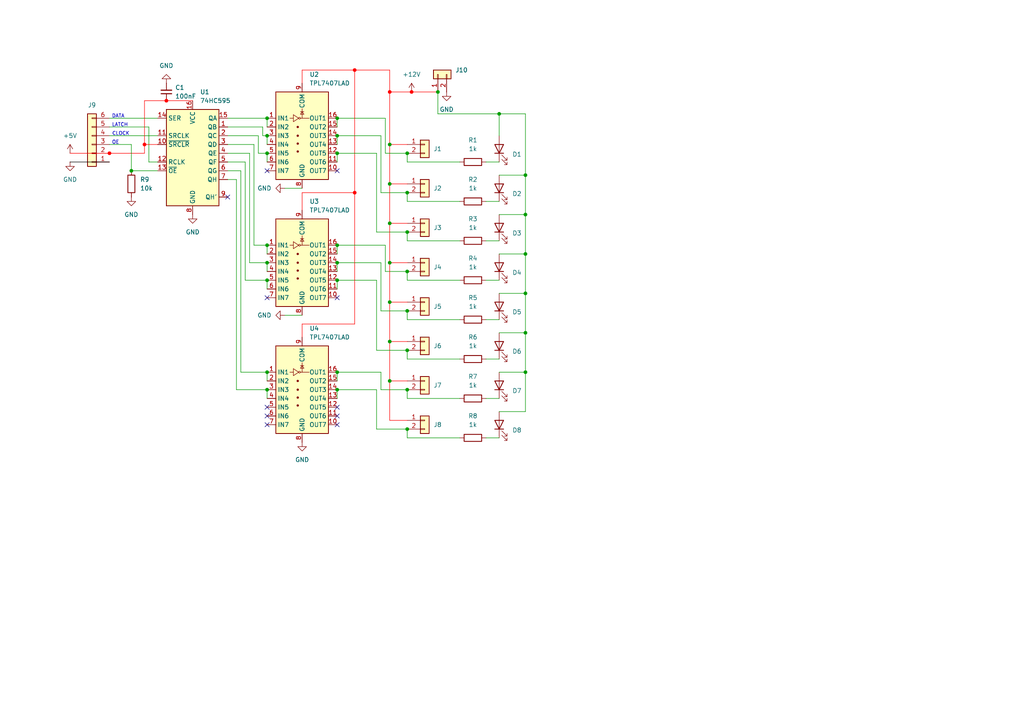
<source format=kicad_sch>
(kicad_sch (version 20250114) (generator "eeschema") (generator_version "9.0")
  (paper "A4")
  (lib_symbols
    (symbol "74xx:74HC595"
      (property "Reference" "U" (at -7.62 13.97 0))
      (property "Value" "74HC595" (at -7.62 -16.51 0))
      (symbol "74HC595_1_0"
        (pin input line (at -10.16 10.16 0) (length 2.54) (name "SER") (number "14"))
        (pin input line (at -10.16 5.08 0) (length 2.54) (name "SRCLK") (number "11"))
        (pin input line (at -10.16 2.54 0) (length 2.54) (name "~{SRCLR}") (number "10"))
        (pin input line (at -10.16 -2.54 0) (length 2.54) (name "RCLK") (number "12"))
        (pin input line (at -10.16 -5.08 0) (length 2.54) (name "~{OE}") (number "13"))
        (pin power_in line (at 0 15.24 270) (length 2.54) (name "VCC") (number "16"))
        (pin power_in line (at 0 -17.78 90) (length 2.54) (name "GND") (number "8"))
        (pin tri_state line (at 10.16 10.16 180) (length 2.54) (name "QA") (number "15"))
        (pin tri_state line (at 10.16 7.62 180) (length 2.54) (name "QB") (number "1"))
        (pin tri_state line (at 10.16 5.08 180) (length 2.54) (name "QC") (number "2"))
        (pin tri_state line (at 10.16 2.54 180) (length 2.54) (name "QD") (number "3"))
        (pin tri_state line (at 10.16 0 180) (length 2.54) (name "QE") (number "4"))
        (pin tri_state line (at 10.16 -2.54 180) (length 2.54) (name "QF") (number "5"))
        (pin tri_state line (at 10.16 -5.08 180) (length 2.54) (name "QG") (number "6"))
        (pin tri_state line (at 10.16 -7.62 180) (length 2.54) (name "QH") (number "7"))
        (pin output line (at 10.16 -12.7 180) (length 2.54) (name "QH'") (number "9"))
      )
      (symbol "74HC595_1_1"
        (rectangle (start -7.62 12.7) (end 7.62 -15.24) (stroke (width 0.254)) (fill (type background)))
      )
    )
    (symbol "Connector_Generic:Conn_01x02" (pin_names (offset 1.016) (hide yes))
      (property "Reference" "J" (at 0 2.54 0))
      (property "Value" "Conn_01x02" (at 0 -5.08 0))
      (symbol "Conn_01x02_1_1"
        (rectangle (start -1.27 1.27) (end 1.27 -3.81) (stroke (width 0.254)) (fill (type background)))
        (rectangle (start -1.27 0.127) (end 0 -0.127) (stroke (width 0.1524)))
        (rectangle (start -1.27 -2.413) (end 0 -2.667) (stroke (width 0.1524)))
        (pin passive line (at -5.08 0 0) (length 3.81) (name "Pin_1") (number "1"))
        (pin passive line (at -5.08 -2.54 0) (length 3.81) (name "Pin_2") (number "2"))
      )
    )
    (symbol "Connector_Generic:Conn_01x06" (pin_names (offset 1.016) (hide yes))
      (property "Reference" "J" (at 0 7.62 0))
      (property "Value" "Conn_01x06" (at 0 -10.16 0))
      (symbol "Conn_01x06_1_1"
        (rectangle (start -1.27 6.35) (end 1.27 -8.89) (stroke (width 0.254)) (fill (type background)))
        (rectangle (start -1.27 5.207) (end 0 4.953) (stroke (width 0.1524)))
        (rectangle (start -1.27 2.667) (end 0 2.413) (stroke (width 0.1524)))
        (rectangle (start -1.27 0.127) (end 0 -0.127) (stroke (width 0.1524)))
        (rectangle (start -1.27 -2.413) (end 0 -2.667) (stroke (width 0.1524)))
        (rectangle (start -1.27 -4.953) (end 0 -5.207) (stroke (width 0.1524)))
        (rectangle (start -1.27 -7.493) (end 0 -7.747) (stroke (width 0.1524)))
        (pin passive line (at -5.08 5.08 0) (length 3.81) (name "Pin_1") (number "1"))
        (pin passive line (at -5.08 2.54 0) (length 3.81) (name "Pin_2") (number "2"))
        (pin passive line (at -5.08 0 0) (length 3.81) (name "Pin_3") (number "3"))
        (pin passive line (at -5.08 -2.54 0) (length 3.81) (name "Pin_4") (number "4"))
        (pin passive line (at -5.08 -5.08 0) (length 3.81) (name "Pin_5") (number "5"))
        (pin passive line (at -5.08 -7.62 0) (length 3.81) (name "Pin_6") (number "6"))
      )
    )
    (symbol "Device:C_Small" (pin_numbers (hide yes)) (pin_names (offset 0.254) (hide yes))
      (property "Reference" "C" (at 0.254 1.778 0))
      (property "Value" "C_Small" (at 0.254 -2.032 0))
      (symbol "C_Small_0_1"
        (polyline (pts (xy -1.524 0.508) (xy 1.524 0.508)) (stroke (width 0.3048)))
        (polyline (pts (xy -1.524 -0.508) (xy 1.524 -0.508)) (stroke (width 0.3302)))
      )
      (symbol "C_Small_1_1"
        (pin passive line (at 0 2.54 270) (length 2.032) (name "~") (number "1"))
        (pin passive line (at 0 -2.54 90) (length 2.032) (name "~") (number "2"))
      )
    )
    (symbol "Device:LED" (pin_numbers (hide yes)) (pin_names (offset 1.016) (hide yes))
      (property "Reference" "D" (at 0 2.54 0))
      (property "Value" "LED" (at 0 -2.54 0))
      (symbol "LED_0_1"
        (polyline (pts (xy -3.048 -0.762) (xy -4.572 -2.286) (xy -3.81 -2.286) (xy -4.572 -2.286) (xy -4.572 -1.524)))
        (polyline (pts (xy -1.778 -0.762) (xy -3.302 -2.286) (xy -2.54 -2.286) (xy -3.302 -2.286) (xy -3.302 -1.524)))
        (polyline (pts (xy -1.27 0) (xy 1.27 0)))
        (polyline (pts (xy -1.27 -1.27) (xy -1.27 1.27)) (stroke (width 0.254)))
        (polyline (pts (xy 1.27 -1.27) (xy 1.27 1.27) (xy -1.27 0) (xy 1.27 -1.27)) (stroke (width 0.254)))
      )
      (symbol "LED_1_1"
        (pin passive line (at -3.81 0 0) (length 2.54) (name "K") (number "1"))
        (pin passive line (at 3.81 0 180) (length 2.54) (name "A") (number "2"))
      )
    )
    (symbol "Device:R" (pin_numbers (hide yes)) (pin_names (offset 0))
      (property "Reference" "R" (at 2.032 0 90))
      (property "Value" "R" (at 0 0 90))
      (symbol "R_0_1"
        (rectangle (start -1.016 -2.54) (end 1.016 2.54) (stroke (width 0.254)))
      )
      (symbol "R_1_1"
        (pin passive line (at 0 3.81 270) (length 1.27) (name "~") (number "1"))
        (pin passive line (at 0 -3.81 90) (length 1.27) (name "~") (number "2"))
      )
    )
    (symbol "Transistor_Array:TPL7407LAD"
      (property "Reference" "U" (at -8.128 13.716 0))
      (property "Value" "TPL7407LAD" (at 6.858 13.716 0))
      (symbol "TPL7407LAD_0_1"
        (rectangle (start -7.62 12.7) (end 7.62 -12.7) (stroke (width 0.254)) (fill (type background)))
        (polyline (pts (xy -3.556 5.08) (xy -2.54 5.08)))
        (polyline (pts (xy -2.54 6.096) (xy -2.54 4.064) (xy -1.016 5.08) (xy -2.54 6.096)))
        (circle (center -1.27 2.54) (radius 0.254) (fill (type outline)))
        (circle (center -1.27 0) (radius 0.254) (fill (type outline)))
        (circle (center -1.27 -2.286) (radius 0.254) (fill (type outline)))
        (circle (center -1.27 -4.572) (radius 0.254) (fill (type outline)))
        (circle (center -0.762 5.08) (radius 0.254))
        (polyline (pts (xy -0.508 5.08) (xy 2.032 5.08)))
        (polyline (pts (xy 0 7.874) (xy 0 5.08)))
        (polyline (pts (xy 0.508 6.985) (xy -0.508 6.985)))
        (polyline (pts (xy 0.508 6.223) (xy -0.508 6.223) (xy 0 6.985) (xy 0.508 6.223)))
      )
      (symbol "TPL7407LAD_1_1"
        (pin input line (at -10.16 5.08 0) (length 2.54) (name "IN1") (number "1"))
        (pin input line (at -10.16 2.54 0) (length 2.54) (name "IN2") (number "2"))
        (pin input line (at -10.16 0 0) (length 2.54) (name "IN3") (number "3"))
        (pin input line (at -10.16 -2.54 0) (length 2.54) (name "IN4") (number "4"))
        (pin input line (at -10.16 -5.08 0) (length 2.54) (name "IN5") (number "5"))
        (pin input line (at -10.16 -7.62 0) (length 2.54) (name "IN6") (number "6"))
        (pin input line (at -10.16 -10.16 0) (length 2.54) (name "IN7") (number "7"))
        (pin power_in line (at 0 15.24 270) (length 2.54) (name "COM") (number "9"))
        (pin power_in line (at 0 -15.24 90) (length 2.54) (name "GND") (number "8"))
        (pin open_collector line (at 10.16 5.08 180) (length 2.54) (name "OUT1") (number "16"))
        (pin open_collector line (at 10.16 2.54 180) (length 2.54) (name "OUT2") (number "15"))
        (pin open_collector line (at 10.16 0 180) (length 2.54) (name "OUT3") (number "14"))
        (pin open_collector line (at 10.16 -2.54 180) (length 2.54) (name "OUT4") (number "13"))
        (pin open_collector line (at 10.16 -5.08 180) (length 2.54) (name "OUT5") (number "12"))
        (pin open_collector line (at 10.16 -7.62 180) (length 2.54) (name "OUT6") (number "11"))
        (pin open_collector line (at 10.16 -10.16 180) (length 2.54) (name "OUT7") (number "10"))
      )
    )
    (symbol "power:+12V" (power) (pin_numbers (hide yes)) (pin_names (offset 0) (hide yes))
      (property "Value" "+12V" (at 0 3.556 0))
      (symbol "+12V_0_1"
        (polyline (pts (xy -0.762 1.27) (xy 0 2.54)))
        (polyline (pts (xy 0 2.54) (xy 0.762 1.27)))
        (polyline (pts (xy 0 0) (xy 0 2.54)))
      )
      (symbol "+12V_1_1"
        (pin power_in line (at 0 0 90) (length 0) (name "~") (number "1"))
      )
    )
    (symbol "power:+5V" (power) (pin_numbers (hide yes)) (pin_names (offset 0) (hide yes))
      (property "Value" "+5V" (at 0 3.556 0))
      (symbol "+5V_0_1"
        (polyline (pts (xy -0.762 1.27) (xy 0 2.54)))
        (polyline (pts (xy 0 2.54) (xy 0.762 1.27)))
        (polyline (pts (xy 0 0) (xy 0 2.54)))
      )
      (symbol "+5V_1_1"
        (pin power_in line (at 0 0 90) (length 0) (name "~") (number "1"))
      )
    )
    (symbol "power:GND" (power) (pin_numbers (hide yes)) (pin_names (offset 0) (hide yes))
      (property "Value" "GND" (at 0 -3.81 0))
      (symbol "GND_0_1"
        (polyline (pts (xy 0 0) (xy 0 -1.27) (xy 1.27 -1.27) (xy 0 -2.54) (xy -1.27 -1.27) (xy 0 -1.27)))
      )
      (symbol "GND_1_1"
        (pin power_in line (at 0 0 270) (length 0) (name "~") (number "1"))
      )
    )
  )
  (text "OE" (at 33.528 41.402 0) (effects (font (size 1.016 1.016))))
  (text "CLOCK" (at 35.052 38.862 0) (effects (font (size 1.016 1.016))))
  (text "LATCH" (at 34.798 36.322 0) (effects (font (size 1.016 1.016))))
  (text "DATA" (at 34.29 33.782 0) (effects (font (size 1.016 1.016))))
  (junction (at 77.47 39.37))
  (junction (at 113.03 53.34))
  (junction (at 113.03 87.63))
  (junction (at 97.79 39.37))
  (junction (at 38.1 49.53))
  (junction (at 113.03 110.49))
  (junction (at 77.47 113.03))
  (junction (at 77.47 81.28))
  (junction (at 152.4 50.8))
  (junction (at 77.47 44.45))
  (junction (at 113.03 99.06))
  (junction (at 118.11 124.46))
  (junction (at 127 26.67))
  (junction (at 118.11 90.17))
  (junction (at 97.79 107.95))
  (junction (at 152.4 62.23))
  (junction (at 118.11 113.03))
  (junction (at 48.26 29.21) (color 255 0 0 1))
  (junction (at 152.4 73.66))
  (junction (at 113.03 64.77))
  (junction (at 97.79 76.2))
  (junction (at 97.79 81.28))
  (junction (at 118.11 101.6))
  (junction (at 118.11 67.31))
  (junction (at 77.47 34.29))
  (junction (at 77.47 76.2))
  (junction (at 77.47 107.95))
  (junction (at 118.11 44.45))
  (junction (at 113.03 26.67) (color 255 0 0 1))
  (junction (at 97.79 71.12))
  (junction (at 97.79 34.29))
  (junction (at 144.78 33.02))
  (junction (at 97.79 113.03))
  (junction (at 119.38 26.67) (color 255 0 0 1))
  (junction (at 102.87 20.32) (color 255 0 0 1))
  (junction (at 118.11 55.88))
  (junction (at 102.87 55.88) (color 255 0 0 1))
  (junction (at 41.91 41.91) (color 255 0 0 1))
  (junction (at 113.03 41.91))
  (junction (at 152.4 85.09))
  (junction (at 31.75 44.45) (color 255 0 0 1))
  (junction (at 152.4 107.95))
  (junction (at 97.79 44.45))
  (junction (at 113.03 76.2))
  (junction (at 118.11 78.74))
  (junction (at 77.47 71.12))
  (junction (at 152.4 96.52))
  (no_connect (at 97.79 49.53))
  (no_connect (at 97.79 123.19))
  (no_connect (at 97.79 118.11))
  (no_connect (at 77.47 49.53))
  (no_connect (at 77.47 118.11))
  (no_connect (at 77.47 86.36))
  (no_connect (at 97.79 120.65))
  (no_connect (at 66.04 57.15))
  (no_connect (at 77.47 120.65))
  (no_connect (at 97.79 86.36))
  (no_connect (at 77.47 123.19))
  (wire (pts (xy 152.4 96.52) (xy 152.4 107.95)))
  (wire (pts (xy 113.03 53.34) (xy 118.11 53.34)) (stroke (width 0) (color 255 0 0 1)))
  (wire (pts (xy 140.97 46.99) (xy 144.78 46.99)))
  (wire (pts (xy 97.79 71.12) (xy 111.76 71.12)))
  (wire (pts (xy 97.79 76.2) (xy 110.49 76.2)))
  (wire (pts (xy 20.32 44.45) (xy 31.75 44.45)) (stroke (width 0) (color 255 0 0 1)))
  (wire (pts (xy 66.04 52.07) (xy 68.58 52.07)))
  (wire (pts (xy 66.04 39.37) (xy 74.93 39.37)))
  (wire (pts (xy 68.58 52.07) (xy 68.58 113.03)))
  (wire (pts (xy 113.03 53.34) (xy 113.03 64.77)) (stroke (width 0) (color 255 0 0 1)))
  (wire (pts (xy 97.79 107.95) (xy 110.49 107.95)))
  (wire (pts (xy 97.79 39.37) (xy 110.49 39.37)))
  (wire (pts (xy 140.97 104.14) (xy 144.78 104.14)))
  (wire (pts (xy 97.79 44.45) (xy 97.79 46.99)))
  (wire (pts (xy 113.03 64.77) (xy 118.11 64.77)) (stroke (width 0) (color 255 0 0 1)))
  (wire (pts (xy 87.63 55.88) (xy 102.87 55.88)) (stroke (width 0) (color 255 0 0 1)))
  (wire (pts (xy 74.93 39.37) (xy 74.93 44.45)))
  (wire (pts (xy 31.75 44.45) (xy 41.91 44.45)) (stroke (width 0) (color 255 0 0 1)))
  (wire (pts (xy 97.79 113.03) (xy 109.22 113.03)))
  (wire (pts (xy 77.47 81.28) (xy 77.47 83.82)))
  (wire (pts (xy 71.12 46.99) (xy 71.12 81.28)))
  (wire (pts (xy 113.03 121.92) (xy 118.11 121.92)) (stroke (width 0) (color 255 0 0 1)))
  (wire (pts (xy 118.11 46.99) (xy 118.11 44.45)))
  (wire (pts (xy 77.47 107.95) (xy 77.47 110.49)))
  (wire (pts (xy 66.04 34.29) (xy 77.47 34.29)))
  (wire (pts (xy 152.4 50.8) (xy 152.4 62.23)))
  (wire (pts (xy 152.4 107.95) (xy 144.78 107.95)))
  (wire (pts (xy 113.03 87.63) (xy 113.03 99.06)) (stroke (width 0) (color 255 0 0 1)))
  (wire (pts (xy 68.58 113.03) (xy 77.47 113.03)))
  (wire (pts (xy 66.04 49.53) (xy 69.85 49.53)))
  (wire (pts (xy 41.91 41.91) (xy 41.91 29.21)) (stroke (width 0) (color 255 0 0 1)))
  (wire (pts (xy 133.35 92.71) (xy 118.11 92.71)))
  (wire (pts (xy 140.97 115.57) (xy 144.78 115.57)))
  (wire (pts (xy 73.66 71.12) (xy 77.47 71.12)))
  (wire (pts (xy 97.79 107.95) (xy 97.79 110.49)))
  (wire (pts (xy 109.22 113.03) (xy 109.22 124.46)))
  (wire (pts (xy 97.79 34.29) (xy 111.76 34.29)))
  (wire (pts (xy 31.75 34.29) (xy 45.72 34.29)))
  (wire (pts (xy 152.4 62.23) (xy 144.78 62.23)))
  (wire (pts (xy 110.49 55.88) (xy 118.11 55.88)))
  (wire (pts (xy 97.79 71.12) (xy 97.79 73.66)))
  (wire (pts (xy 77.47 76.2) (xy 77.47 78.74)))
  (wire (pts (xy 118.11 69.85) (xy 118.11 67.31)))
  (wire (pts (xy 110.49 39.37) (xy 110.49 55.88)))
  (wire (pts (xy 110.49 113.03) (xy 118.11 113.03)))
  (wire (pts (xy 140.97 92.71) (xy 144.78 92.71)))
  (wire (pts (xy 110.49 107.95) (xy 110.49 113.03)))
  (wire (pts (xy 97.79 34.29) (xy 97.79 36.83)))
  (wire (pts (xy 38.1 49.53) (xy 38.1 41.91)))
  (wire (pts (xy 97.79 81.28) (xy 97.79 83.82)))
  (wire (pts (xy 87.63 60.96) (xy 87.63 55.88)) (stroke (width 0) (color 255 0 0 1)))
  (wire (pts (xy 110.49 76.2) (xy 110.49 90.17)))
  (wire (pts (xy 97.79 39.37) (xy 97.79 41.91)))
  (wire (pts (xy 113.03 41.91) (xy 113.03 53.34)) (stroke (width 0) (color 255 0 0 1)))
  (wire (pts (xy 113.03 26.67) (xy 119.38 26.67)) (stroke (width 0) (color 255 0 0 1)))
  (wire (pts (xy 109.22 67.31) (xy 118.11 67.31)))
  (wire (pts (xy 119.38 26.67) (xy 127 26.67)) (stroke (width 0) (color 255 0 0 1)))
  (wire (pts (xy 144.78 33.02) (xy 152.4 33.02)))
  (wire (pts (xy 133.35 81.28) (xy 118.11 81.28)))
  (wire (pts (xy 66.04 36.83) (xy 76.2 36.83)))
  (wire (pts (xy 113.03 76.2) (xy 113.03 87.63)) (stroke (width 0) (color 255 0 0 1)))
  (wire (pts (xy 113.03 110.49) (xy 113.03 121.92)) (stroke (width 0) (color 255 0 0 1)))
  (wire (pts (xy 82.55 91.44) (xy 87.63 91.44)))
  (wire (pts (xy 41.91 29.21) (xy 48.26 29.21)) (stroke (width 0) (color 255 0 0 1)))
  (wire (pts (xy 111.76 78.74) (xy 118.11 78.74)))
  (wire (pts (xy 102.87 93.98) (xy 102.87 55.88)) (stroke (width 0) (color 255 0 0 1)))
  (wire (pts (xy 76.2 36.83) (xy 76.2 39.37)))
  (wire (pts (xy 110.49 90.17) (xy 118.11 90.17)))
  (wire (pts (xy 31.75 36.83) (xy 43.18 36.83)))
  (wire (pts (xy 113.03 110.49) (xy 118.11 110.49)) (stroke (width 0) (color 255 0 0 1)))
  (wire (pts (xy 133.35 58.42) (xy 118.11 58.42)))
  (wire (pts (xy 118.11 115.57) (xy 118.11 113.03)))
  (wire (pts (xy 97.79 81.28) (xy 109.22 81.28)))
  (wire (pts (xy 109.22 124.46) (xy 118.11 124.46)))
  (wire (pts (xy 77.47 39.37) (xy 77.47 41.91)))
  (wire (pts (xy 102.87 55.88) (xy 102.87 20.32)) (stroke (width 0) (color 255 0 0 1)))
  (wire (pts (xy 113.03 41.91) (xy 118.11 41.91)) (stroke (width 0) (color 255 0 0 1)))
  (wire (pts (xy 87.63 93.98) (xy 102.87 93.98)) (stroke (width 0) (color 255 0 0 1)))
  (wire (pts (xy 109.22 81.28) (xy 109.22 101.6)))
  (wire (pts (xy 77.47 113.03) (xy 77.47 115.57)))
  (wire (pts (xy 82.55 54.61) (xy 87.63 54.61)))
  (wire (pts (xy 113.03 99.06) (xy 113.03 110.49)) (stroke (width 0) (color 255 0 0 1)))
  (wire (pts (xy 111.76 71.12) (xy 111.76 78.74)))
  (wire (pts (xy 74.93 44.45) (xy 77.47 44.45)))
  (wire (pts (xy 111.76 34.29) (xy 111.76 44.45)))
  (wire (pts (xy 152.4 73.66) (xy 144.78 73.66)))
  (wire (pts (xy 87.63 97.79) (xy 87.63 93.98)) (stroke (width 0) (color 255 0 0 1)))
  (wire (pts (xy 113.03 64.77) (xy 113.03 76.2)) (stroke (width 0) (color 255 0 0 1)))
  (wire (pts (xy 31.75 39.37) (xy 45.72 39.37)))
  (wire (pts (xy 97.79 44.45) (xy 109.22 44.45)))
  (wire (pts (xy 111.76 44.45) (xy 118.11 44.45)))
  (wire (pts (xy 71.12 81.28) (xy 77.47 81.28)))
  (wire (pts (xy 152.4 33.02) (xy 152.4 50.8)))
  (wire (pts (xy 102.87 20.32) (xy 113.03 20.32)) (stroke (width 0) (color 255 0 0 1)))
  (wire (pts (xy 45.72 49.53) (xy 38.1 49.53)))
  (wire (pts (xy 72.39 44.45) (xy 72.39 76.2)))
  (wire (pts (xy 144.78 39.37) (xy 144.78 33.02)))
  (wire (pts (xy 97.79 76.2) (xy 97.79 78.74)))
  (wire (pts (xy 69.85 49.53) (xy 69.85 107.95)))
  (wire (pts (xy 113.03 26.67) (xy 113.03 41.91)) (stroke (width 0) (color 255 0 0 1)))
  (wire (pts (xy 73.66 41.91) (xy 73.66 71.12)))
  (wire (pts (xy 66.04 44.45) (xy 72.39 44.45)))
  (wire (pts (xy 43.18 46.99) (xy 45.72 46.99)))
  (wire (pts (xy 152.4 85.09) (xy 144.78 85.09)))
  (wire (pts (xy 72.39 76.2) (xy 77.47 76.2)))
  (wire (pts (xy 152.4 85.09) (xy 152.4 96.52)))
  (wire (pts (xy 133.35 104.14) (xy 118.11 104.14)))
  (wire (pts (xy 118.11 58.42) (xy 118.11 55.88)))
  (wire (pts (xy 109.22 44.45) (xy 109.22 67.31)))
  (wire (pts (xy 152.4 50.8) (xy 144.78 50.8)))
  (wire (pts (xy 118.11 127) (xy 118.11 124.46)))
  (wire (pts (xy 77.47 34.29) (xy 77.47 36.83)))
  (wire (pts (xy 48.26 29.21) (xy 55.88 29.21)) (stroke (width 0) (color 255 0 0 1)))
  (wire (pts (xy 152.4 107.95) (xy 152.4 119.38)))
  (wire (pts (xy 38.1 41.91) (xy 31.75 41.91)))
  (wire (pts (xy 20.32 46.99) (xy 31.75 46.99)) (stroke (width 0) (color 0 0 0 1)))
  (wire (pts (xy 140.97 58.42) (xy 144.78 58.42)))
  (wire (pts (xy 133.35 127) (xy 118.11 127)))
  (wire (pts (xy 118.11 92.71) (xy 118.11 90.17)))
  (wire (pts (xy 41.91 44.45) (xy 41.91 41.91)) (stroke (width 0) (color 255 0 0 1)))
  (wire (pts (xy 76.2 39.37) (xy 77.47 39.37)))
  (wire (pts (xy 77.47 44.45) (xy 77.47 46.99)))
  (wire (pts (xy 118.11 81.28) (xy 118.11 78.74)))
  (wire (pts (xy 69.85 107.95) (xy 77.47 107.95)))
  (wire (pts (xy 152.4 62.23) (xy 152.4 73.66)))
  (wire (pts (xy 66.04 41.91) (xy 73.66 41.91)))
  (wire (pts (xy 87.63 24.13) (xy 87.63 20.32)) (stroke (width 0) (color 255 0 0 1)))
  (wire (pts (xy 127 33.02) (xy 127 26.67)))
  (wire (pts (xy 66.04 46.99) (xy 71.12 46.99)))
  (wire (pts (xy 152.4 73.66) (xy 152.4 85.09)))
  (wire (pts (xy 109.22 101.6) (xy 118.11 101.6)))
  (wire (pts (xy 43.18 36.83) (xy 43.18 46.99)))
  (wire (pts (xy 133.35 69.85) (xy 118.11 69.85)))
  (wire (pts (xy 140.97 127) (xy 144.78 127)))
  (wire (pts (xy 113.03 87.63) (xy 118.11 87.63)) (stroke (width 0) (color 255 0 0 1)))
  (wire (pts (xy 152.4 119.38) (xy 144.78 119.38)))
  (wire (pts (xy 118.11 104.14) (xy 118.11 101.6)))
  (wire (pts (xy 140.97 69.85) (xy 144.78 69.85)))
  (wire (pts (xy 144.78 33.02) (xy 127 33.02)))
  (wire (pts (xy 113.03 99.06) (xy 118.11 99.06)) (stroke (width 0) (color 255 0 0 1)))
  (wire (pts (xy 113.03 20.32) (xy 113.03 26.67)) (stroke (width 0) (color 255 0 0 1)))
  (wire (pts (xy 133.35 46.99) (xy 118.11 46.99)))
  (wire (pts (xy 140.97 81.28) (xy 144.78 81.28)))
  (wire (pts (xy 77.47 71.12) (xy 77.47 73.66)))
  (wire (pts (xy 152.4 96.52) (xy 144.78 96.52)))
  (wire (pts (xy 87.63 20.32) (xy 102.87 20.32)) (stroke (width 0) (color 255 0 0 1)))
  (wire (pts (xy 113.03 76.2) (xy 118.11 76.2)) (stroke (width 0) (color 255 0 0 1)))
  (wire (pts (xy 97.79 113.03) (xy 97.79 115.57)))
  (wire (pts (xy 133.35 115.57) (xy 118.11 115.57)))
  (wire (pts (xy 41.91 41.91) (xy 45.72 41.91)) (stroke (width 0) (color 255 0 0 1)))
  (symbol (lib_id "Device:LED") (at 144.78 100.33 90) (unit 1)
    (property "Reference" "D6" (at 148.59 101.9174 90) (effects (justify right)))
    (property "Value" "LED" (effects (hide yes)))
    (property "Footprint" "LED_THT:LED_D3.0mm" (effects (hide yes)))
    (property "Description" "Light emitting diode" (effects (hide yes)))
    (property "Sim.Pins" "1=K 2=A" (effects (hide yes)))
  )
  (symbol (lib_id "Device:LED") (at 144.78 54.61 90) (unit 1)
    (property "Reference" "D2" (at 148.59 56.1974 90) (effects (justify right)))
    (property "Value" "LED" (effects (hide yes)))
    (property "Footprint" "LED_THT:LED_D3.0mm" (effects (hide yes)))
    (property "Description" "Light emitting diode" (effects (hide yes)))
    (property "Sim.Pins" "1=K 2=A" (effects (hide yes)))
  )
  (symbol (lib_id "Transistor_Array:TPL7407LAD") (at 87.63 76.2 0) (unit 1)
    (property "Reference" "U3" (at 89.7733 58.42 0) (effects (justify left)))
    (property "Value" "TPL7407LAD" (at 89.7733 60.96 0) (effects (justify left)))
    (property "Footprint" "Package_SO:SOIC-16_3.9x9.9mm_P1.27mm" (effects (hide yes)))
    (property "Datasheet" "https://www.ti.com/lit/gpn/tpl7407la" (effects (hide yes)))
    (property "Description" "7-Channel Low Side Driver, CMOS Improvement of Darlington Array, 30V, SOIC-16" (effects (hide yes)))
  )
  (symbol (lib_id "Device:LED") (at 144.78 88.9 90) (unit 1)
    (property "Reference" "D5" (at 148.59 90.4874 90) (effects (justify right)))
    (property "Value" "LED" (effects (hide yes)))
    (property "Footprint" "LED_THT:LED_D3.0mm" (effects (hide yes)))
    (property "Description" "Light emitting diode" (effects (hide yes)))
    (property "Sim.Pins" "1=K 2=A" (effects (hide yes)))
  )
  (symbol (lib_id "power:+5V") (at 20.32 44.45 0) (unit 1)
    (property "Reference" "#PWR05" (effects (hide yes)))
    (property "Value" "+5V" (at 20.32 39.37 0))
    (property "Description" "Power symbol creates a global label with name \"+5V\"" (effects (hide yes)))
  )
  (symbol (lib_id "Connector_Generic:Conn_01x02") (at 123.19 87.63 0) (unit 1)
    (property "Reference" "J5" (at 125.73 88.8999 0) (effects (justify left)))
    (property "Value" "Conn_01x02" (effects (hide yes)))
    (property "Footprint" "Connector_JST:JST_PH_B2B-PH-K_1x02_P2.00mm_Vertical" (effects (hide yes)))
    (property "Description" "Generic connector, single row, 01x02, script generated (kicad-library-utils/schlib/autogen/connector/)" (effects (hide yes)))
  )
  (symbol (lib_id "Connector_Generic:Conn_01x02") (at 123.19 64.77 0) (unit 1)
    (property "Reference" "J3" (at 125.73 66.0399 0) (effects (justify left)))
    (property "Value" "Conn_01x02" (effects (hide yes)))
    (property "Footprint" "Connector_JST:JST_PH_B2B-PH-K_1x02_P2.00mm_Vertical" (effects (hide yes)))
    (property "Description" "Generic connector, single row, 01x02, script generated (kicad-library-utils/schlib/autogen/connector/)" (effects (hide yes)))
  )
  (symbol (lib_id "Transistor_Array:TPL7407LAD") (at 87.63 39.37 0) (unit 1)
    (property "Reference" "U2" (at 89.7733 21.59 0) (effects (justify left)))
    (property "Value" "TPL7407LAD" (at 89.7733 24.13 0) (effects (justify left)))
    (property "Footprint" "Package_SO:SOIC-16_3.9x9.9mm_P1.27mm" (effects (hide yes)))
    (property "Datasheet" "https://www.ti.com/lit/gpn/tpl7407la" (effects (hide yes)))
    (property "Description" "7-Channel Low Side Driver, CMOS Improvement of Darlington Array, 30V, SOIC-16" (effects (hide yes)))
  )
  (symbol (lib_id "power:GND") (at 20.32 46.99 0) (unit 1)
    (property "Reference" "#PWR06" (effects (hide yes)))
    (property "Value" "GND" (at 20.32 52.07 0))
    (property "Description" "Power symbol creates a global label with name \"GND\" , ground" (effects (hide yes)))
  )
  (symbol (lib_id "Device:LED") (at 144.78 66.04 90) (unit 1)
    (property "Reference" "D3" (at 148.59 67.6274 90) (effects (justify right)))
    (property "Value" "LED" (effects (hide yes)))
    (property "Footprint" "LED_THT:LED_D3.0mm" (effects (hide yes)))
    (property "Description" "Light emitting diode" (effects (hide yes)))
    (property "Sim.Pins" "1=K 2=A" (effects (hide yes)))
  )
  (symbol (lib_id "Device:R") (at 137.16 92.71 90) (unit 1)
    (property "Reference" "R5" (at 137.16 86.36 90))
    (property "Value" "1k" (at 137.16 88.9 90))
    (property "Footprint" "Resistor_THT:R_Axial_DIN0207_L6.3mm_D2.5mm_P7.62mm_Horizontal" (effects (hide yes)))
    (property "Description" "Resistor" (effects (hide yes)))
  )
  (symbol (lib_id "Device:R") (at 38.1 53.34 0) (unit 1)
    (property "Reference" "R9" (at 40.64 52.0699 0) (effects (justify left)))
    (property "Value" "10k" (at 40.64 54.6099 0) (effects (justify left)))
    (property "Footprint" "Resistor_THT:R_Axial_DIN0207_L6.3mm_D2.5mm_P7.62mm_Horizontal" (effects (hide yes)))
    (property "Description" "Resistor" (effects (hide yes)))
  )
  (symbol (lib_id "Connector_Generic:Conn_01x02") (at 123.19 110.49 0) (unit 1)
    (property "Reference" "J7" (at 125.73 111.7599 0) (effects (justify left)))
    (property "Value" "Conn_01x02" (effects (hide yes)))
    (property "Footprint" "Connector_JST:JST_PH_B2B-PH-K_1x02_P2.00mm_Vertical" (effects (hide yes)))
    (property "Description" "Generic connector, single row, 01x02, script generated (kicad-library-utils/schlib/autogen/connector/)" (effects (hide yes)))
  )
  (symbol (lib_id "Device:R") (at 137.16 104.14 90) (unit 1)
    (property "Reference" "R6" (at 137.16 97.79 90))
    (property "Value" "1k" (at 137.16 100.33 90))
    (property "Footprint" "Resistor_THT:R_Axial_DIN0207_L6.3mm_D2.5mm_P7.62mm_Horizontal" (effects (hide yes)))
    (property "Description" "Resistor" (effects (hide yes)))
  )
  (symbol (lib_id "Connector_Generic:Conn_01x02") (at 123.19 121.92 0) (unit 1)
    (property "Reference" "J8" (at 125.73 123.1899 0) (effects (justify left)))
    (property "Value" "Conn_01x02" (effects (hide yes)))
    (property "Footprint" "Connector_JST:JST_PH_B2B-PH-K_1x02_P2.00mm_Vertical" (effects (hide yes)))
    (property "Description" "Generic connector, single row, 01x02, script generated (kicad-library-utils/schlib/autogen/connector/)" (effects (hide yes)))
  )
  (symbol (lib_id "Connector_Generic:Conn_01x02") (at 123.19 99.06 0) (unit 1)
    (property "Reference" "J6" (at 125.73 100.3299 0) (effects (justify left)))
    (property "Value" "Conn_01x02" (effects (hide yes)))
    (property "Footprint" "Connector_JST:JST_PH_B2B-PH-K_1x02_P2.00mm_Vertical" (effects (hide yes)))
    (property "Description" "Generic connector, single row, 01x02, script generated (kicad-library-utils/schlib/autogen/connector/)" (effects (hide yes)))
  )
  (symbol (lib_id "Device:R") (at 137.16 127 90) (unit 1)
    (property "Reference" "R8" (at 137.16 120.65 90))
    (property "Value" "1k" (at 137.16 123.19 90))
    (property "Footprint" "Resistor_THT:R_Axial_DIN0207_L6.3mm_D2.5mm_P7.62mm_Horizontal" (effects (hide yes)))
    (property "Description" "Resistor" (effects (hide yes)))
  )
  (symbol (lib_id "Device:R") (at 137.16 58.42 90) (unit 1)
    (property "Reference" "R2" (at 137.16 52.07 90))
    (property "Value" "1k" (at 137.16 54.61 90))
    (property "Footprint" "Resistor_THT:R_Axial_DIN0207_L6.3mm_D2.5mm_P7.62mm_Horizontal" (effects (hide yes)))
    (property "Description" "Resistor" (effects (hide yes)))
  )
  (symbol (lib_id "power:GND") (at 82.55 91.44 270) (unit 1)
    (property "Reference" "#PWR07" (effects (hide yes)))
    (property "Value" "GND" (at 78.74 91.4399 90) (effects (justify right)))
    (property "Description" "Power symbol creates a global label with name \"GND\" , ground" (effects (hide yes)))
  )
  (symbol (lib_id "Device:LED") (at 144.78 77.47 90) (unit 1)
    (property "Reference" "D4" (at 148.59 79.0574 90) (effects (justify right)))
    (property "Value" "LED" (effects (hide yes)))
    (property "Footprint" "LED_THT:LED_D3.0mm" (effects (hide yes)))
    (property "Description" "Light emitting diode" (effects (hide yes)))
    (property "Sim.Pins" "1=K 2=A" (effects (hide yes)))
  )
  (symbol (lib_id "power:GND") (at 129.54 26.67 0) (unit 1)
    (property "Reference" "#PWR02" (effects (hide yes)))
    (property "Value" "GND" (at 129.54 31.75 0))
    (property "Description" "Power symbol creates a global label with name \"GND\" , ground" (effects (hide yes)))
  )
  (symbol (lib_id "Transistor_Array:TPL7407LAD") (at 87.63 113.03 0) (unit 1)
    (property "Reference" "U4" (at 89.7733 95.25 0) (effects (justify left)))
    (property "Value" "TPL7407LAD" (at 89.7733 97.79 0) (effects (justify left)))
    (property "Footprint" "Package_SO:SOIC-16_3.9x9.9mm_P1.27mm" (effects (hide yes)))
    (property "Datasheet" "https://www.ti.com/lit/gpn/tpl7407la" (effects (hide yes)))
    (property "Description" "7-Channel Low Side Driver, CMOS Improvement of Darlington Array, 30V, SOIC-16" (effects (hide yes)))
  )
  (symbol (lib_id "Device:C_Small") (at 48.26 26.67 180) (unit 1)
    (property "Reference" "C1" (at 50.8 25.3935 0) (effects (justify right)))
    (property "Value" "100nF" (at 50.8 27.9335 0) (effects (justify right)))
    (property "Footprint" "Capacitor_SMD:C_0805_2012Metric_Pad1.18x1.45mm_HandSolder" (effects (hide yes)))
    (property "Description" "Unpolarized capacitor, small symbol" (effects (hide yes)))
  )
  (symbol (lib_id "Connector_Generic:Conn_01x06") (at 26.67 41.91 180) (unit 1)
    (property "Reference" "J9" (at 26.67 30.48 0))
    (property "Value" "Conn_01x06" (effects (hide yes)))
    (property "Footprint" "Connector_JST:JST_PH_B6B-PH-K_1x06_P2.00mm_Vertical" (effects (hide yes)))
    (property "Description" "Generic connector, single row, 01x06, script generated (kicad-library-utils/schlib/autogen/connector/)" (effects (hide yes)))
  )
  (symbol (lib_id "Device:LED") (at 144.78 123.19 90) (unit 1)
    (property "Reference" "D8" (at 148.59 124.7774 90) (effects (justify right)))
    (property "Value" "LED" (effects (hide yes)))
    (property "Footprint" "LED_THT:LED_D3.0mm" (effects (hide yes)))
    (property "Description" "Light emitting diode" (effects (hide yes)))
    (property "Sim.Pins" "1=K 2=A" (effects (hide yes)))
  )
  (symbol (lib_id "Connector_Generic:Conn_01x02") (at 127 21.59 90) (unit 1)
    (property "Reference" "J10" (at 132.08 20.3199 90) (effects (justify right)))
    (property "Value" "Conn_01x02" (effects (hide yes)))
    (property "Footprint" "Connector_JST:JST_PH_B2B-PH-K_1x02_P2.00mm_Vertical" (effects (hide yes)))
    (property "Description" "Generic connector, single row, 01x02, script generated (kicad-library-utils/schlib/autogen/connector/)" (effects (hide yes)))
  )
  (symbol (lib_id "power:GND") (at 48.26 24.13 180) (unit 1)
    (property "Reference" "#PWR03" (effects (hide yes)))
    (property "Value" "GND" (at 48.26 19.05 0))
    (property "Description" "Power symbol creates a global label with name \"GND\" , ground" (effects (hide yes)))
  )
  (symbol (lib_id "Device:R") (at 137.16 115.57 90) (unit 1)
    (property "Reference" "R7" (at 137.16 109.22 90))
    (property "Value" "1k" (at 137.16 111.76 90))
    (property "Footprint" "Resistor_THT:R_Axial_DIN0207_L6.3mm_D2.5mm_P7.62mm_Horizontal" (effects (hide yes)))
    (property "Description" "Resistor" (effects (hide yes)))
  )
  (symbol (lib_id "power:GND") (at 82.55 54.61 270) (unit 1)
    (property "Reference" "#PWR08" (effects (hide yes)))
    (property "Value" "GND" (at 78.74 54.6099 90) (effects (justify right)))
    (property "Description" "Power symbol creates a global label with name \"GND\" , ground" (effects (hide yes)))
  )
  (symbol (lib_id "power:GND") (at 55.88 62.23 0) (unit 1)
    (property "Reference" "#PWR010" (effects (hide yes)))
    (property "Value" "GND" (at 55.88 67.31 0))
    (property "Description" "Power symbol creates a global label with name \"GND\" , ground" (effects (hide yes)))
  )
  (symbol (lib_id "Connector_Generic:Conn_01x02") (at 123.19 41.91 0) (unit 1)
    (property "Reference" "J1" (at 125.73 43.1799 0) (effects (justify left)))
    (property "Value" "Conn_01x02" (effects (hide yes)))
    (property "Footprint" "Connector_JST:JST_PH_B2B-PH-K_1x02_P2.00mm_Vertical" (effects (hide yes)))
    (property "Description" "Generic connector, single row, 01x02, script generated (kicad-library-utils/schlib/autogen/connector/)" (effects (hide yes)))
  )
  (symbol (lib_id "power:+12V") (at 119.38 26.67 0) (unit 1)
    (property "Reference" "#PWR01" (effects (hide yes)))
    (property "Value" "+12V" (at 119.38 21.59 0))
    (property "Description" "Power symbol creates a global label with name \"+12V\"" (effects (hide yes)))
  )
  (symbol (lib_id "Connector_Generic:Conn_01x02") (at 123.19 53.34 0) (unit 1)
    (property "Reference" "J2" (at 125.73 54.6099 0) (effects (justify left)))
    (property "Value" "Conn_01x02" (effects (hide yes)))
    (property "Footprint" "Connector_JST:JST_PH_B2B-PH-K_1x02_P2.00mm_Vertical" (effects (hide yes)))
    (property "Description" "Generic connector, single row, 01x02, script generated (kicad-library-utils/schlib/autogen/connector/)" (effects (hide yes)))
  )
  (symbol (lib_id "Device:R") (at 137.16 46.99 90) (unit 1)
    (property "Reference" "R1" (at 137.16 40.64 90))
    (property "Value" "1k" (at 137.16 43.18 90))
    (property "Footprint" "Resistor_THT:R_Axial_DIN0207_L6.3mm_D2.5mm_P7.62mm_Horizontal" (effects (hide yes)))
    (property "Description" "Resistor" (effects (hide yes)))
  )
  (symbol (lib_id "Device:R") (at 137.16 81.28 90) (unit 1)
    (property "Reference" "R4" (at 137.16 74.93 90))
    (property "Value" "1k" (at 137.16 77.47 90))
    (property "Footprint" "Resistor_THT:R_Axial_DIN0207_L6.3mm_D2.5mm_P7.62mm_Horizontal" (effects (hide yes)))
    (property "Description" "Resistor" (effects (hide yes)))
  )
  (symbol (lib_id "power:GND") (at 87.63 128.27 0) (unit 1)
    (property "Reference" "#PWR04" (effects (hide yes)))
    (property "Value" "GND" (at 87.63 133.35 0))
    (property "Description" "Power symbol creates a global label with name \"GND\" , ground" (effects (hide yes)))
  )
  (symbol (lib_id "Device:R") (at 137.16 69.85 90) (unit 1)
    (property "Reference" "R3" (at 137.16 63.5 90))
    (property "Value" "1k" (at 137.16 66.04 90))
    (property "Footprint" "Resistor_THT:R_Axial_DIN0207_L6.3mm_D2.5mm_P7.62mm_Horizontal" (effects (hide yes)))
    (property "Description" "Resistor" (effects (hide yes)))
  )
  (symbol (lib_id "Device:LED") (at 144.78 43.18 90) (unit 1)
    (property "Reference" "D1" (at 148.59 44.7674 90) (effects (justify right)))
    (property "Value" "LED" (effects (hide yes)))
    (property "Footprint" "LED_THT:LED_D3.0mm" (effects (hide yes)))
    (property "Description" "Light emitting diode" (effects (hide yes)))
    (property "Sim.Pins" "1=K 2=A" (effects (hide yes)))
  )
  (symbol (lib_id "Device:LED") (at 144.78 111.76 90) (unit 1)
    (property "Reference" "D7" (at 148.59 113.3474 90) (effects (justify right)))
    (property "Value" "LED" (effects (hide yes)))
    (property "Footprint" "LED_THT:LED_D3.0mm" (effects (hide yes)))
    (property "Description" "Light emitting diode" (effects (hide yes)))
    (property "Sim.Pins" "1=K 2=A" (effects (hide yes)))
  )
  (symbol (lib_id "74xx:74HC595") (at 55.88 44.45 0) (unit 1)
    (property "Reference" "U1" (at 58.0233 26.67 0) (effects (justify left)))
    (property "Value" "74HC595" (at 58.0233 29.21 0) (effects (justify left)))
    (property "Footprint" "Package_DIP:DIP-16_W7.62mm_Socket" (effects (hide yes)))
    (property "Datasheet" "http://www.ti.com/lit/ds/symlink/sn74hc595.pdf" (effects (hide yes)))
    (property "Description" "8-bit serial in/out Shift Register 3-State Outputs" (effects (hide yes)))
  )
  (symbol (lib_id "power:GND") (at 38.1 57.15 0) (unit 1)
    (property "Reference" "#PWR09" (effects (hide yes)))
    (property "Value" "GND" (at 38.1 62.23 0))
    (property "Description" "Power symbol creates a global label with name \"GND\" , ground" (effects (hide yes)))
  )
  (symbol (lib_id "Connector_Generic:Conn_01x02") (at 123.19 76.2 0) (unit 1)
    (property "Reference" "J4" (at 125.73 77.4699 0) (effects (justify left)))
    (property "Value" "Conn_01x02" (effects (hide yes)))
    (property "Footprint" "Connector_JST:JST_PH_B2B-PH-K_1x02_P2.00mm_Vertical" (effects (hide yes)))
    (property "Description" "Generic connector, single row, 01x02, script generated (kicad-library-utils/schlib/autogen/connector/)" (effects (hide yes)))
  )
)
</source>
